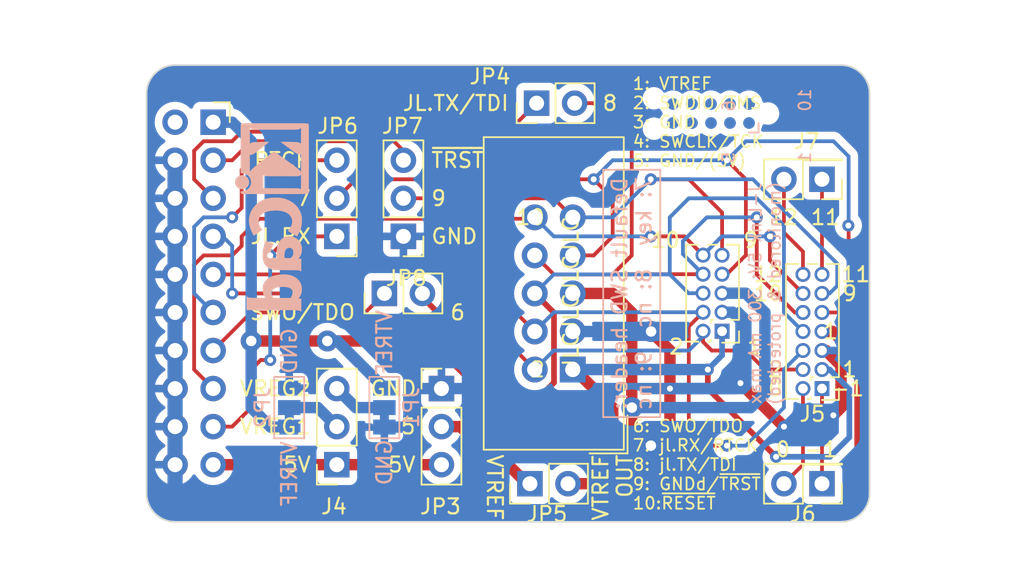
<source format=kicad_pcb>
(kicad_pcb (version 20240108) (generator "pcbnew") (generator_version "8.0")
  (title_block (date "2020-12-26"))
  (layers (0 "F.Cu" signal) (31 "B.Cu" signal) (34 "B.Paste" user) (35 "F.Paste" user) (36 "B.SilkS" user "B.Silkscreen") (37 "F.SilkS" user "F.Silkscreen") (38 "B.Mask" user) (39 "F.Mask" user) (44 "Edge.Cuts" user))
  (net 0 "")
  (net 1 "/GND")
  (net 2 "/5V-Supply")
  (net 3 "/RXD")
  (net 4 "/~{RESET}")
  (net 5 "/SWO-TDO")
  (net 6 "/RTCK")
  (net 7 "/SWCLK-TCK")
  (net 8 "/SWDIO-TMS")
  (net 9 "/TXD-TDI")
  (net 10 "/~{TRST}")
  (net 11 "/VTREF")
  (net 12 "PIN9")
  (net 13 "PIN8")
  (net 14 "PIN7")
  (net 15 "PIN5")
  (net 16 "/VTREF-OUT")
  (net 17 "VREG2")
  (net 18 "VREG1")
  (net 19 "PIN6")
  (net 21 "PIN12")
  (net 22 "PIN-1")
  (net 23 "PIN11")
  (net 24 "PIN0")
  (footprint "Connector_PinSocket_2.54mm:PinSocket_1x03_P2.54mm_Vertical" (layer "F.Cu") (at 102.235 118.11 180)
    (property "Reference" "J4" (hide yes))
    (property "Value" "Conn_01x03")
    (pad "1" thru_hole rect (at 0 0 180) (size 1.7 1.7) (drill 1) (layers "*.Cu" "*.Mask") (net 2 "/5V-Supply"))
    (pad "2" thru_hole oval (at 0 2.54 180) (size 1.7 1.7) (drill 1) (layers "*.Cu" "*.Mask") (net 18 "VREG1"))
    (pad "3" thru_hole oval (at 0 5.08 180) (size 1.7 1.7) (drill 1) (layers "*.Cu" "*.Mask") (net 17 "VREG2"))
  )
  (footprint "Connector_PinHeader_2.54mm:PinHeader_1x02_P2.54mm_Vertical" (layer "F.Cu") (at 115.125 119.38 90)
    (property "Reference" "JP5" (hide yes))
    (property "Value" "Jumper_2_Bridged")
    (pad "1" thru_hole rect (at 0 0 90) (size 1.7 1.7) (drill 1) (layers "*.Cu" "*.Mask") (net 11 "/VTREF"))
    (pad "2" thru_hole oval (at 0 2.54 90) (size 1.7 1.7) (drill 1) (layers "*.Cu" "*.Mask") (net 16 "/VTREF-OUT"))
  )
  (footprint "Connector_PinSocket_2.54mm:PinSocket_2x10_P2.54mm_Horizontal" (layer "F.Cu") (at 93.98 95.25)
    (property "Reference" "J1" (hide yes))
    (property "Value" "Conn_02x10_Odd_Even")
    (pad "1" thru_hole rect (at 0 0) (size 1.7 1.7) (drill 1) (layers "*.Cu" "*.Mask") (net 11 "/VTREF"))
    (pad "2" thru_hole oval (at -2.54 0) (size 1.7 1.7) (drill 1) (layers "*.Cu" "*.Mask"))
    (pad "3" thru_hole oval (at 0 2.54) (size 1.7 1.7) (drill 1) (layers "*.Cu" "*.Mask") (net 10 "/~{TRST}"))
    (pad "4" thru_hole oval (at -2.54 2.54) (size 1.7 1.7) (drill 1) (layers "*.Cu" "*.Mask") (net 1 "/GND"))
    (pad "5" thru_hole oval (at 0 5.08) (size 1.7 1.7) (drill 1) (layers "*.Cu" "*.Mask") (net 9 "/TXD-TDI"))
    (pad "6" thru_hole oval (at -2.54 5.08) (size 1.7 1.7) (drill 1) (layers "*.Cu" "*.Mask") (net 1 "/GND"))
    (pad "7" thru_hole oval (at 0 7.62) (size 1.7 1.7) (drill 1) (layers "*.Cu" "*.Mask") (net 8 "/SWDIO-TMS"))
    (pad "8" thru_hole oval (at -2.54 7.62) (size 1.7 1.7) (drill 1) (layers "*.Cu" "*.Mask") (net 1 "/GND"))
    (pad "9" thru_hole oval (at 0 10.16) (size 1.7 1.7) (drill 1) (layers "*.Cu" "*.Mask") (net 7 "/SWCLK-TCK"))
    (pad "10" thru_hole oval (at -2.54 10.16) (size 1.7 1.7) (drill 1) (layers "*.Cu" "*.Mask") (net 1 "/GND"))
    (pad "11" thru_hole oval (at 0 12.7) (size 1.7 1.7) (drill 1) (layers "*.Cu" "*.Mask") (net 6 "/RTCK"))
    (pad "12" thru_hole oval (at -2.54 12.7) (size 1.7 1.7) (drill 1) (layers "*.Cu" "*.Mask") (net 1 "/GND"))
    (pad "13" thru_hole oval (at 0 15.24) (size 1.7 1.7) (drill 1) (layers "*.Cu" "*.Mask") (net 5 "/SWO-TDO"))
    (pad "14" thru_hole oval (at -2.54 15.24) (size 1.7 1.7) (drill 1) (layers "*.Cu" "*.Mask") (net 1 "/GND"))
    (pad "15" thru_hole oval (at 0 17.78) (size 1.7 1.7) (drill 1) (layers "*.Cu" "*.Mask") (net 4 "/~{RESET}"))
    (pad "16" thru_hole oval (at -2.54 17.78) (size 1.7 1.7) (drill 1) (layers "*.Cu" "*.Mask") (net 1 "/GND"))
    (pad "17" thru_hole oval (at 0 20.32) (size 1.7 1.7) (drill 1) (layers "*.Cu" "*.Mask") (net 3 "/RXD"))
    (pad "18" thru_hole oval (at -2.54 20.32) (size 1.7 1.7) (drill 1) (layers "*.Cu" "*.Mask") (net 1 "/GND"))
    (pad "19" thru_hole oval (at 0 22.86) (size 1.7 1.7) (drill 1) (layers "*.Cu" "*.Mask") (net 2 "/5V-Supply"))
    (pad "20" thru_hole oval (at -2.54 22.86) (size 1.7 1.7) (drill 1) (layers "*.Cu" "*.Mask") (net 1 "/GND"))
  )
  (footprint "Connector_IDC:IDC-Header_2x05_P2.54mm_Vertical" (layer "F.Cu") (at 117.985 111.76 180)
    (property "Reference" "J2" (hide yes))
    (property "Value" "Conn_02x05_Odd_Even")
    (pad "1" thru_hole rect (at 0 0 180) (size 1.7272 1.7272) (drill 1.016) (layers "*.Cu" "*.Mask") (net 16 "/VTREF-OUT"))
    (pad "2" thru_hole oval (at 2.54 0 180) (size 1.7272 1.7272) (drill 1.016) (layers "*.Cu" "*.Mask") (net 8 "/SWDIO-TMS"))
    (pad "3" thru_hole oval (at 0 2.54 180) (size 1.7272 1.7272) (drill 1.016) (layers "*.Cu" "*.Mask") (net 1 "/GND"))
    (pad "4" thru_hole oval (at 2.54 2.54 180) (size 1.7272 1.7272) (drill 1.016) (layers "*.Cu" "*.Mask") (net 7 "/SWCLK-TCK"))
    (pad "5" thru_hole oval (at 0 5.08 180) (size 1.7272 1.7272) (drill 1.016) (layers "*.Cu" "*.Mask") (net 15 "PIN5"))
    (pad "6" thru_hole oval (at 2.54 5.08 180) (size 1.7272 1.7272) (drill 1.016) (layers "*.Cu" "*.Mask") (net 19 "PIN6"))
    (pad "7" thru_hole oval (at 0 7.62 180) (size 1.7272 1.7272) (drill 1.016) (layers "*.Cu" "*.Mask") (net 14 "PIN7"))
    (pad "8" thru_hole oval (at 2.54 7.62 180) (size 1.7272 1.7272) (drill 1.016) (layers "*.Cu" "*.Mask") (net 13 "PIN8"))
    (pad "9" thru_hole oval (at 0 10.16 180) (size 1.7272 1.7272) (drill 1.016) (layers "*.Cu" "*.Mask") (net 12 "PIN9"))
    (pad "10" thru_hole oval (at 2.54 10.16 180) (size 1.7272 1.7272) (drill 1.016) (layers "*.Cu" "*.Mask") (net 4 "/~{RESET}"))
  )
  (footprint "Connector_PinHeader_2.54mm:PinHeader_1x02_P2.54mm_Vertical" (layer "F.Cu") (at 115.57 93.98 90)
    (property "Reference" "JP4" (hide yes))
    (property "Value" "Jumper_2_Bridged")
    (pad "1" thru_hole rect (at 0 0 90) (size 1.7 1.7) (drill 1) (layers "*.Cu" "*.Mask") (net 9 "/TXD-TDI"))
    (pad "2" thru_hole oval (at 0 2.54 90) (size 1.7 1.7) (drill 1) (layers "*.Cu" "*.Mask") (net 13 "PIN8"))
  )
  (footprint "Connector_PinHeader_2.54mm:PinHeader_1x03_P2.54mm_Vertical" (layer "F.Cu") (at 102.235 102.87 180)
    (property "Reference" "JP6" (hide yes))
    (property "Value" "Jumper_3_Bridged12")
    (pad "1" thru_hole rect (at 0 0 180) (size 1.7 1.7) (drill 1) (layers "*.Cu" "*.Mask") (net 3 "/RXD"))
    (pad "2" thru_hole oval (at 0 2.54 180) (size 1.7 1.7) (drill 1) (layers "*.Cu" "*.Mask") (net 14 "PIN7"))
    (pad "3" thru_hole oval (at 0 5.08 180) (size 1.7 1.7) (drill 1) (layers "*.Cu" "*.Mask") (net 6 "/RTCK"))
  )
  (footprint "Connector_PinHeader_2.54mm:PinHeader_1x03_P2.54mm_Vertical" (layer "F.Cu") (at 106.68 102.87 180)
    (property "Reference" "JP7" (hide yes))
    (property "Value" "Jumper_3_Bridged12")
    (pad "1" thru_hole rect (at 0 0 180) (size 1.7 1.7) (drill 1) (layers "*.Cu" "*.Mask") (net 1 "/GND"))
    (pad "2" thru_hole oval (at 0 2.54 180) (size 1.7 1.7) (drill 1) (layers "*.Cu" "*.Mask") (net 12 "PIN9"))
    (pad "3" thru_hole oval (at 0 5.08 180) (size 1.7 1.7) (drill 1) (layers "*.Cu" "*.Mask") (net 10 "/~{TRST}"))
  )
  (footprint "Connector_PinHeader_2.54mm:PinHeader_1x03_P2.54mm_Vertical" (layer "F.Cu") (at 109.22 113.03)
    (property "Reference" "JP3" (hide yes))
    (property "Value" "Jumper_3_Bridged12")
    (pad "1" thru_hole rect (at 0 0) (size 1.7 1.7) (drill 1) (layers "*.Cu" "*.Mask") (net 1 "/GND"))
    (pad "2" thru_hole oval (at 0 2.54) (size 1.7 1.7) (drill 1) (layers "*.Cu" "*.Mask") (net 15 "PIN5"))
    (pad "3" thru_hole oval (at 0 5.08) (size 1.7 1.7) (drill 1) (layers "*.Cu" "*.Mask") (net 2 "/5V-Supply"))
  )
  (footprint "Connector_PinHeader_1.27mm:PinHeader_2x05_P1.27mm_Vertical" (layer "F.Cu") (at 127.951447 109.204918 180)
    (property "Reference" "J3" (hide yes))
    (property "Value" "Conn_02x05_Odd_Even")
    (pad "1" thru_hole rect (at 0 0 180) (size 1 1) (drill 0.65) (layers "*.Cu" "*.Mask") (net 16 "/VTREF-OUT"))
    (pad "2" thru_hole oval (at 1.27 0 180) (size 1 1) (drill 0.65) (layers "*.Cu" "*.Mask") (net 8 "/SWDIO-TMS"))
    (pad "3" thru_hole oval (at 0 1.27 180) (size 1 1) (drill 0.65) (layers "*.Cu" "*.Mask") (net 1 "/GND"))
    (pad "4" thru_hole oval (at 1.27 1.27 180) (size 1 1) (drill 0.65) (layers "*.Cu" "*.Mask") (net 7 "/SWCLK-TCK"))
    (pad "5" thru_hole oval (at 0 2.54 180) (size 1 1) (drill 0.65) (layers "*.Cu" "*.Mask") (net 15 "PIN5"))
    (pad "6" thru_hole oval (at 1.27 2.54 180) (size 1 1) (drill 0.65) (layers "*.Cu" "*.Mask") (net 19 "PIN6"))
    (pad "7" thru_hole oval (at 0 3.81 180) (size 1 1) (drill 0.65) (layers "*.Cu" "*.Mask") (net 14 "PIN7"))
    (pad "8" thru_hole oval (at 1.27 3.81 180) (size 1 1) (drill 0.65) (layers "*.Cu" "*.Mask") (net 13 "PIN8"))
    (pad "9" thru_hole oval (at 0 5.08 180) (size 1 1) (drill 0.65) (layers "*.Cu" "*.Mask") (net 12 "PIN9"))
    (pad "10" thru_hole oval (at 1.27 5.08 180) (size 1 1) (drill 0.65) (layers "*.Cu" "*.Mask") (net 4 "/~{RESET}"))
  )
  (footprint "Connector_PinHeader_2.54mm:PinHeader_1x02_P2.54mm_Vertical" (layer "F.Cu") (at 105.41 106.68 90)
    (property "Reference" "JP8" (hide yes))
    (property "Value" "Jumper_2_Bridged")
    (pad "1" thru_hole rect (at 0 0 90) (size 1.7 1.7) (drill 1) (layers "*.Cu" "*.Mask") (net 5 "/SWO-TDO"))
    (pad "2" thru_hole oval (at 0 2.54 90) (size 1.7 1.7) (drill 1) (layers "*.Cu" "*.Mask") (net 19 "PIN6"))
  )
  (footprint "Connector_PinHeader_1.27mm:PinHeader_2x07_P1.27mm_Vertical" (layer "F.Cu") (at 134.62 113.03 180)
    (property "Reference" "J5" (at 0.635 -1.695 0) (layer "F.SilkS"))
    (property "Value" "Conn_02x07_Odd_Even")
    (pad "1" thru_hole rect (at 0 0 180) (size 1 1) (drill 0.65) (layers "*.Cu" "*.Mask") (net 22 "PIN-1"))
    (pad "2" thru_hole oval (at 1.27 0 180) (size 1 1) (drill 0.65) (layers "*.Cu" "*.Mask") (net 24 "PIN0"))
    (pad "3" thru_hole oval (at 0 1.27 180) (size 1 1) (drill 0.65) (layers "*.Cu" "*.Mask") (net 16 "/VTREF-OUT"))
    (pad "4" thru_hole oval (at 1.27 1.27 180) (size 1 1) (drill 0.65) (layers "*.Cu" "*.Mask") (net 8 "/SWDIO-TMS"))
    (pad "5" thru_hole oval (at 0 2.54 180) (size 1 1) (drill 0.65) (layers "*.Cu" "*.Mask") (net 1 "/GND"))
    (pad "6" thru_hole oval (at 1.27 2.54 180) (size 1 1) (drill 0.65) (layers "*.Cu" "*.Mask") (net 7 "/SWCLK-TCK"))
    (pad "7" thru_hole oval (at 0 3.81 180) (size 1 1) (drill 0.65) (layers "*.Cu" "*.Mask") (net 15 "PIN5"))
    (pad "8" thru_hole oval (at 1.27 3.81 180) (size 1 1) (drill 0.65) (layers "*.Cu" "*.Mask") (net 19 "PIN6"))
    (pad "9" thru_hole oval (at 0 5.08 180) (size 1 1) (drill 0.65) (layers "*.Cu" "*.Mask") (net 14 "PIN7"))
    (pad "10" thru_hole oval (at 1.27 5.08 180) (size 1 1) (drill 0.65) (layers "*.Cu" "*.Mask") (net 13 "PIN8"))
    (pad "11" thru_hole oval (at 0 6.35 180) (size 1 1) (drill 0.65) (layers "*.Cu" "*.Mask") (net 12 "PIN9"))
    (pad "12" thru_hole oval (at 1.27 6.35 180) (size 1 1) (drill 0.65) (layers "*.Cu" "*.Mask") (net 4 "/~{RESET}"))
    (pad "13" thru_hole oval (at 0 7.62 180) (size 1 1) (drill 0.65) (layers "*.Cu" "*.Mask") (net 23 "PIN11"))
    (pad "14" thru_hole oval (at 1.27 7.62 180) (size 1 1) (drill 0.65) (layers "*.Cu" "*.Mask") (net 21 "PIN12"))
  )
  (footprint "Connector_PinHeader_2.54mm:PinHeader_2x01_P2.54mm_Vertical" (layer "F.Cu") (at 134.62 99.06 180)
    (property "Reference" "J7" (at 1.016 2.54 0) (layer "F.SilkS"))
    (property "Value" "Conn_02x02_Odd_Even")
    (pad "1" thru_hole rect (at 0 0 180) (size 1.7 1.7) (drill 1) (layers "*.Cu" "*.Mask") (net 23 "PIN11"))
    (pad "2" thru_hole oval (at 2.54 0 180) (size 1.7 1.7) (drill 1) (layers "*.Cu" "*.Mask") (net 21 "PIN12"))
  )
  (footprint "Connector_PinHeader_2.54mm:PinHeader_2x01_P2.54mm_Vertical" (layer "F.Cu") (at 134.62 119.38 180)
    (property "Reference" "J6" (at 1.27 -2.032 0) (layer "F.SilkS"))
    (property "Value" "Conn_02x02_Odd_Even")
    (pad "1" thru_hole rect (at 0 0 180) (size 1.7 1.7) (drill 1) (layers "*.Cu" "*.Mask") (net 22 "PIN-1"))
    (pad "2" thru_hole oval (at 2.54 0 180) (size 1.7 1.7) (drill 1) (layers "*.Cu" "*.Mask") (net 24 "PIN0"))
  )
  (footprint "Jumper:SolderJumper-3_P1.3mm_Bridged12_Pad1.0x1.5mm_NumberLabels" (layer "B.Cu") (at 99.06 114.3 90)
    (property "Reference" "JP2" (at 0 -1.778 90) (layer "B.SilkS") (effects (justify mirror)))
    (property "Value" "SolderJumper_3_Bridged12")
    (fp_poly (pts (xy -0.9 0.3) (xy -0.4 0.3) (xy -0.4 -0.3) (xy -0.9 -0.3)) (fill solid) (layer "B.Cu"))
    (fp_text user "VTREF" (at -2.159 0 90) (layer "B.SilkS") (effects (justify left mirror)))
    (fp_text user "GND" (at 2.159 0 90) (layer "B.SilkS") (effects (justify right mirror)))
    (pad "1" smd rect (at -1.3 0 90) (size 1 1.5) (layers "B.Cu" "B.Mask") (net 11 "/VTREF"))
    (pad "2" smd rect (at 0 0 90) (size 1 1.5) (layers "B.Cu" "B.Mask") (net 18 "VREG1"))
    (pad "3" smd rect (at 1.3 0 90) (size 1 1.5) (layers "B.Cu" "B.Mask") (net 1 "/GND"))
  )
  (footprint "Jumper:SolderJumper-3_P1.3mm_Bridged12_Pad1.0x1.5mm_NumberLabels" (layer "B.Cu") (at 105.41 114.3 90)
    (property "Reference" "JP1" (at 0 1.8 90) (layer "B.SilkS") (effects (justify mirror)))
    (property "Value" "SolderJumper_3_Bridged12")
    (fp_poly (pts (xy -0.9 0.3) (xy -0.4 0.3) (xy -0.4 -0.3) (xy -0.9 -0.3)) (fill solid) (layer "B.Cu"))
    (fp_text user "GND" (at -2.032 0 90) (layer "B.SilkS") (effects (justify left mirror)))
    (fp_text user "VTREF" (at 2.032 0 90) (layer "B.SilkS") (effects (justify right mirror)))
    (pad "1" smd rect (at -1.3 0 90) (size 1 1.5) (layers "B.Cu" "B.Mask") (net 1 "/GND"))
    (pad "2" smd rect (at 0 0 90) (size 1 1.5) (layers "B.Cu" "B.Mask") (net 17 "VREG2"))
    (pad "3" smd rect (at 1.3 0 90) (size 1 1.5) (layers "B.Cu" "B.Mask") (net 11 "/VTREF"))
  )
  (footprint "Symbol:KiCad-Logo_5mm_SilkScreen" (layer "B.Cu") (at 98.425 101.6 -90)
    (property "Reference" "REF**" (hide yes))
    (property "Value" "KiCad-Logo_5mm_SilkScreen" (hide yes))
  )
  (footprint "Connector:Tag-Connect_TC2050-IDC-NL_2x05_P1.27mm_Vertical" (layer "B.Cu") (at 127.210492 94.668442 180)
    (property "Reference" "REF**" (hide yes))
    (property "Value" "Tag-Connect_TC2050-IDC-NL_2x05_P1.27mm_Vertical")
    (pad "" np_thru_hole circle (at -3.81 0 180) (size 0.9906 0.9906) (drill 0.9906) (layers "*.Cu" "*.Mask"))
    (pad "" np_thru_hole circle (at 3.81 -1.016 180) (size 0.9906 0.9906) (drill 0.9906) (layers "*.Cu" "*.Mask"))
    (pad "" np_thru_hole circle (at 3.81 1.016 180) (size 0.9906 0.9906) (drill 0.9906) (layers "*.Cu" "*.Mask"))
    (pad "1" connect circle (at -2.54 -0.635 180) (size 0.7874 0.7874) (layers "B.Cu" "B.Mask"))
    (pad "2" connect circle (at -1.27 -0.635 180) (size 0.7874 0.7874) (layers "B.Cu" "B.Mask"))
    (pad "3" connect circle (at 0 -0.635 180) (size 0.7874 0.7874) (layers "B.Cu" "B.Mask"))
    (pad "4" connect circle (at 1.27 -0.635 180) (size 0.7874 0.7874) (layers "B.Cu" "B.Mask"))
    (pad "5" connect circle (at 2.54 -0.635 180) (size 0.7874 0.7874) (layers "B.Cu" "B.Mask"))
    (pad "6" connect circle (at 2.54 0.635 180) (size 0.7874 0.7874) (layers "B.Cu" "B.Mask"))
    (pad "7" connect circle (at 1.27 0.635 180) (size 0.7874 0.7874) (layers "B.Cu" "B.Mask"))
    (pad "8" connect circle (at 0 0.635 180) (size 0.7874 0.7874) (layers "B.Cu" "B.Mask"))
    (pad "9" connect circle (at -1.27 0.635 180) (size 0.7874 0.7874) (layers "B.Cu" "B.Mask"))
    (pad "10" connect circle (at -2.54 0.635 180) (size 0.7874 0.7874) (layers "B.Cu" "B.Mask"))
  )
  (gr_line (start 120.015 114.935) (end 120.015 98.425) (stroke (width 0.12)) (layer "B.SilkS"))
  (gr_line (start 123.825 114.935) (end 120.015 114.935) (stroke (width 0.12)) (layer "B.SilkS"))
  (gr_line (start 120.015 98.425) (end 123.825 98.425) (stroke (width 0.12)) (layer "B.SilkS"))
  (gr_line (start 123.825 98.425) (end 123.825 114.935) (stroke (width 0.12)) (layer "B.SilkS"))
  (gr_arc (start 135.89 91.44) (mid 137.237038 91.997962) (end 137.795 93.345) (stroke (width 0.1016)) (layer "Edge.Cuts"))
  (gr_line (start 135.89 91.44) (end 91.44 91.44) (stroke (width 0.1016)) (layer "Edge.Cuts"))
  (gr_line (start 89.535 93.345) (end 89.535 120.015) (stroke (width 0.1016)) (layer "Edge.Cuts"))
  (gr_line (start 91.44 121.92) (end 135.89 121.92) (stroke (width 0.1016)) (layer "Edge.Cuts"))
  (gr_line (start 137.795 120.015) (end 137.795 93.345) (stroke (width 0.1016)) (layer "Edge.Cuts"))
  (gr_arc (start 91.44 121.92) (mid 90.092962 121.362038) (end 89.535 120.015) (stroke (width 0.1016)) (layer "Edge.Cuts"))
  (gr_arc (start 137.795 120.015) (mid 137.237038 121.362038) (end 135.89 121.92) (stroke (width 0.1016)) (layer "Edge.Cuts"))
  (gr_arc (start 89.535 93.345) (mid 90.092962 91.997962) (end 91.44 91.44) (stroke (width 0.1016)) (layer "Edge.Cuts"))
  (gr_text "J-Link 5V: 300 mA max\n(monitored & protected)" (at 130.81 106.68 90) (layer "B.SilkS") (effects (font (size 0.8 0.8) (thickness 0.12)) (justify mirror)))
  (gr_text "Default SWD header:\n7: key  8: nc  9: nc" (at 121.92 106.68 90) (layer "B.SilkS") (effects (font (size 1 1)) (justify mirror)))
  (gr_text "1" (at 133.477 97.155 90) (layer "B.SilkS") (effects (font (size 0.8 0.8) (thickness 0.12)) (justify left mirror)))
  (gr_text "6" (at 128.397 94.615 90) (layer "B.SilkS") (effects (font (size 0.8 0.8) (thickness 0.12)) (justify right mirror)))
  (gr_text "10" (at 133.477 94.615 90) (layer "B.SilkS") (effects (font (size 0.8 0.8) (thickness 0.12)) (justify right mirror)))
  (gr_text "5" (at 128.397 97.155 90) (layer "B.SilkS") (effects (font (size 0.8 0.8) (thickness 0.12)) (justify left mirror)))
  (gr_text "1" (at 129.54 110.236 0) (layer "F.SilkS") (effects (font (size 1 1)) (justify left)))
  (gr_text "JL.TX/TDI" (at 113.792 93.98 0) (layer "F.SilkS") (effects (font (size 1 1)) (justify right)))
  (gr_text "VTREF" (at 112.776 121.92 -90) (layer "F.SilkS") (effects (font (size 1 1)) (justify right)))
  (gr_text "5V" (at 100.584 118.11 0) (layer "F.SilkS") (effects (font (size 1 1)) (justify right)))
  (gr_text "1: VTREF\n2: SWDIO/TMS\n3: GND\n4: SWCLK/TCK\n5: GND/(5V)\n" (at 121.92 95.25 0) (layer "F.SilkS") (effects (font (size 0.8 0.8) (thickness 0.12)) (justify left)))
  (gr_text "10" (at 125.222 103.124 0) (layer "F.SilkS") (effects (font (size 1 1)) (justify right)))
  (gr_text "1" (at 134.62 109.22 0) (layer "F.SilkS") (effects (font (size 1 1)) (justify left)))
  (gr_text "2" (at 125.476 110.236 0) (layer "F.SilkS") (effects (font (size 1 1)) (justify right)))
  (gr_text "RTCK" (at 100.584 97.79 0) (layer "F.SilkS") (effects (font (size 1 1)) (justify right)))
  (gr_text "6: SWO/TDO\n7: jl.RX/RTCK\n8: jl.TX/TDI\n9: GNDd/~{TRST}\n10:~{RESET}" (at 121.92 118.11 0) (layer "F.SilkS") (effects (font (size 0.8 0.8) (thickness 0.12)) (justify left)))
  (gr_text "2" (at 116.205 111.76 0) (layer "F.SilkS") (effects (font (size 1 1)) (justify right)))
  (gr_text "9" (at 129.286 103.124 0) (layer "F.SilkS") (effects (font (size 1 1)) (justify left)))
  (gr_text "SWO/TDO" (at 103.537216 107.942621 0) (layer "F.SilkS") (effects (font (size 1 1)) (justify right)))
  (gr_text "6" (at 109.728 107.95 0) (layer "F.SilkS") (effects (font (size 1 1)) (justify left)))
  (gr_text "0" (at 132.588 117.094 0) (layer "F.SilkS") (effects (font (size 1 1)) (justify right)))
  (gr_text "JP8" (at 105.41 105.664 0) (layer "F.SilkS") (effects (font (size 1 1)) (justify left)))
  (gr_text "12" (at 132.08 105.41 0) (layer "F.SilkS") (effects (font (size 1 1)) (justify right)))
  (gr_text "JP7" (at 105.156 95.504 0) (layer "F.SilkS") (effects (font (size 1 1)) (justify left)))
  (gr_text "0" (at 132.08 113.03 0) (layer "F.SilkS") (effects (font (size 1 1)) (justify right)))
  (gr_text "JP5" (at 114.808 121.412 0) (layer "F.SilkS") (effects (font (size 1 1)) (justify left)))
  (gr_text "9" (at 108.458 100.33 0) (layer "F.SilkS") (effects (font (size 1 1)) (justify left)))
  (gr_text "GND" (at 104.394 113.03 0) (layer "F.SilkS") (effects (font (size 1 1)) (justify left)))
  (gr_text "9" (at 135.89 106.68 0) (layer "F.SilkS") (effects (font (size 1 1)) (justify left)))
  (gr_text "-1" (at 133.35 117.094 0) (layer "F.SilkS") (effects (font (size 1 1)) (justify left)))
  (gr_text "12" (at 133.096 101.6 0) (layer "F.SilkS") (effects (font (size 1 1)) (justify right)))
  (gr_text "8" (at 119.888 93.98 0) (layer "F.SilkS") (effects (font (size 1 1)) (justify left)))
  (gr_text "J4" (at 101.092 120.904 0) (layer "F.SilkS") (effects (font (size 1 1)) (justify left)))
  (gr_text "2" (at 132.08 111.76 0) (layer "F.SilkS") (effects (font (size 1 1)) (justify right)))
  (gr_text "10" (at 132.08 106.68 0) (layer "F.SilkS") (effects (font (size 1 1)) (justify right)))
  (gr_text "JP4" (at 110.998 92.202 0) (layer "F.SilkS") (effects (font (size 1 1)) (justify left)))
  (gr_text "11" (at 137.922 105.41 0) (layer "F.SilkS") (effects (font (size 1 1)) (justify right)))
  (gr_text "VREG1" (at 100.584 115.57 0) (layer "F.SilkS") (effects (font (size 1 1)) (justify right)))
  (gr_text "7" (at 100.584 100.33 0) (layer "F.SilkS") (effects (font (size 1 1)) (justify right)))
  (gr_text "JLCJLCJLCJLC" (at 117.856 106.68 90) (layer "F.SilkS") (effects (font (size 1 1))))
  (gr_text "11" (at 135.89 101.6 0) (layer "F.SilkS") (effects (font (size 1 1)) (justify right)))
  (gr_text "10" (at 116.205 101.6 0) (layer "F.SilkS") (effects (font (size 1 1)) (justify right)))
  (gr_text "GND" (at 108.458 102.87 0) (layer "F.SilkS") (effects (font (size 1 1)) (justify left)))
  (gr_text "5" (at 106.426 115.57 0) (layer "F.SilkS") (effects (font (size 1 1)) (justify left)))
  (gr_text "-1" (at 135.128 113.03 0) (layer "F.SilkS") (effects (font (size 1 1)) (justify left)))
  (gr_text "VREG2" (at 100.584 113.03 0) (layer "F.SilkS") (effects (font (size 1 1)) (justify right)))
  (gr_text "1" (at 135.89 111.76 0) (layer "F.SilkS") (effects (font (size 1 1)) (justify left)))
  (gr_text "JL.RX" (at 100.584 102.87 0) (layer "F.SilkS") (effects (font (size 1 1)) (justify right)))
  (gr_text "JP3" (at 107.696 120.904 0) (layer "F.SilkS") (effects (font (size 1 1)) (justify left)))
  (gr_text "5V" (at 105.568857 118.11 0) (layer "F.SilkS") (effects (font (size 1 1)) (justify left)))
  (gr_text "JP6" (at 100.838 95.504 0) (layer "F.SilkS") (effects (font (size 1 1)) (justify left)))
  (gr_text "VTREF\nOUT" (at 120.65 117.348 90) (layer "F.SilkS") (effects (font (size 1 1)) (justify right)))
  (gr_text "~{TRST}" (at 108.458 97.79 0) (layer "F.SilkS") (effects (font (size 1 1)) (justify left)))
  (segment (start 124.471 113.03) (end 124.471 110.479) (width 0.762) (layer "F.Cu") (net 1))
  (segment (start 135.89 111.501235) (end 134.878765 110.49) (width 0.762) (layer "F.Cu") (net 1))
  (segment (start 134.878765 110.49) (end 134.62 110.49) (width 0.762) (layer "F.Cu") (net 1))
  (segment (start 135.89 114.300001) (end 135.377096 114.812905) (width 0.762) (layer "F.Cu") (net 1))
  (segment (start 135.377096 114.812905) (end 135.5105 114.679501) (width 0.381) (layer "F.Cu") (net 1))
  (segment (start 135.5105 111.3805) (end 134.62 110.49) (width 0.381) (layer "F.Cu") (net 1))
  (segment (start 124.471 110.479) (end 123.212 109.22) (width 0.762) (layer "F.Cu") (net 1))
  (segment (start 124.471 115.559) (end 124.471 113.03) (width 0.762) (layer "F.Cu") (net 1))
  (segment (start 123.201 116.829) (end 124.471 115.559) (width 0.762) (layer "F.Cu") (net 1))
  (segment (start 135.89 114.300001) (end 135.89 111.501235) (width 0.762) (layer "F.Cu") (net 1))
  (segment (start 123.201 116.84) (end 123.201 116.829) (width 0.762) (layer "F.Cu") (net 1))
  (segment (start 129.175736 112.665736) (end 132.08 115.57) (width 0.762) (layer "F.Cu") (net 1))
  (via (at 123.201 116.84) (size 1.4) (drill 0.7) (layers "F.Cu" "B.Cu") (net 1))
  (via (at 124.471 113.03) (size 0.8) (drill 0.4) (layers "F.Cu" "B.Cu") (net 1))
  (via (at 135.377096 114.812905) (size 0.8) (drill 0.4) (layers "F.Cu" "B.Cu") (net 1))
  (via (at 129.175736 112.665736) (size 0.8) (drill 0.4) (layers "F.Cu" "B.Cu") (net 1))
  (via (at 123.212 109.22) (size 1.4) (drill 0.7) (layers "F.Cu" "B.Cu") (net 1))
  (via (at 132.08 115.57) (size 0.8) (drill 0.4) (layers "F.Cu" "B.Cu") (net 1))
  (segment (start 128.811473 113.03) (end 129.175736 112.665737) (width 0.762) (layer "B.Cu") (net 1))
  (segment (start 129.175736 112.665736) (end 129.175737 112.665736) (width 0.762) (layer "B.Cu") (net 1))
  (segment (start 129.210272 108.486637) (end 128.658553 107.934918) (width 0.762) (layer "B.Cu") (net 1))
  (segment (start 111.76 113.03) (end 109.22 113.03) (width 0.762) (layer "B.Cu") (net 1))
  (segment (start 107.285 115.6) (end 107.315 115.57) (width 0.762) (layer "B.Cu") (net 1))
  (segment (start 132.08 115.57) (end 134.620001 115.57) (width 0.762) (layer "B.Cu") (net 1))
  (segment (start 91.44 97.79) (end 91.44 120.015) (width 1.016) (layer "B.Cu") (net 1))
  (segment (start 134.620001 115.57) (end 135.377096 114.812905) (width 0.762) (layer "B.Cu") (net 1))
  (segment (start 124.471 113.03) (end 128.811473 113.03) (width 0.762) (layer "B.Cu") (net 1))
  (segment (start 107.315 115.57) (end 107.315 113.03) (width 0.762) (layer "B.Cu") (net 1))
  (segment (start 123.201 116.84) (end 115.57 116.84) (width 0.762) (layer "B.Cu") (net 1))
  (segment (start 128.658553 107.934918) (end 127.951447 107.934918) (width 0.762) (layer "B.Cu") (net 1))
  (segment (start 129.175737 112.665736) (end 129.210272 112.631201) (width 0.762) (layer "B.Cu") (net 1))
  (segment (start 129.175736 112.665737) (end 129.175736 112.665736) (width 0.762) (layer "B.Cu") (net 1))
  (segment (start 123.212 109.22) (end 117.985 109.22) (width 0.762) (layer "B.Cu") (net 1))
  (segment (start 129.210272 112.631201) (end 129.210272 108.486637) (width 0.762) (layer "B.Cu") (net 1))
  (segment (start 115.57 116.84) (end 111.76 113.03) (width 0.762) (layer "B.Cu") (net 1))
  (segment (start 107.315 113.03) (end 109.22 113.03) (width 0.762) (layer "B.Cu") (net 1))
  (segment (start 105.41 115.6) (end 107.285 115.6) (width 0.762) (layer "B.Cu") (net 1))
  (segment (start 93.98 118.11) (end 102.87 118.11) (width 0.762) (layer "F.Cu") (net 2))
  (segment (start 102.235 118.11) (end 109.22 118.11) (width 0.762) (layer "F.Cu") (net 2))
  (segment (start 97.79 111.125) (end 97.79 111.125) (width 0.254) (layer "F.Cu") (net 3))
  (segment (start 96.52 114.3) (end 96.52 111.76) (width 0.254) (layer "F.Cu") (net 3))
  (segment (start 99.06 102.87) (end 102.235 102.87) (width 0.254) (layer "F.Cu") (net 3))
  (segment (start 95.25 115.57) (end 96.52 114.3) (width 0.254) (layer "F.Cu") (net 3))
  (segment (start 97.155 111.125) (end 97.79 111.125) (width 0.254) (layer "F.Cu") (net 3))
  (segment (start 96.52 111.76) (end 97.155 111.125) (width 0.254) (layer "F.Cu") (net 3))
  (segment (start 97.79 104.14) (end 99.06 102.87) (width 0.254) (layer "F.Cu") (net 3))
  (segment (start 93.98 115.57) (end 95.25 115.57) (width 0.254) (layer "F.Cu") (net 3))
  (via (at 97.79 104.14) (size 0.8) (drill 0.4) (layers "F.Cu" "B.Cu") (net 3))
  (via (at 97.79 111.125) (size 0.8) (drill 0.4) (layers "F.Cu" "B.Cu") (net 3))
  (segment (start 97.79 111.125) (end 97.79 104.14) (width 0.254) (layer "B.Cu") (net 3))
  (segment (start 95.25 104.14) (end 93.345 104.14) (width 0.254) (layer "F.Cu") (net 4))
  (segment (start 115.35 101.695) (end 115.445 101.6) (width 0.25) (layer "F.Cu") (net 4))
  (segment (start 95.885 102.87) (end 95.885 103.505) (width 0.254) (layer "F.Cu") (net 4))
  (segment (start 131.143843 102.87) (end 131.143843 104.473843) (width 0.254) (layer "F.Cu") (net 4))
  (segment (start 95.885 103.505) (end 95.25 104.14) (width 0.254) (layer "F.Cu") (net 4))
  (segment (start 93.345 104.14) (end 92.71 104.775) (width 0.254) (layer "F.Cu") (net 4))
  (segment (start 95.885 102.87) (end 97.06 101.695) (width 0.25) (layer "F.Cu") (net 4))
  (segment (start 123.19 102.87) (end 125.426529 102.87) (width 0.254) (layer "F.Cu") (net 4))
  (segment (start 131.143843 104.473843) (end 133.35 106.68) (width 0.254) (layer "F.Cu") (net 4))
  (segment (start 125.426529 102.87) (end 126.681447 104.124918) (width 0.254) (layer "F.Cu") (net 4))
  (segment (start 92.71 111.76) (end 93.98 113.03) (width 0.254) (layer "F.Cu") (net 4))
  (segment (start 97.06 101.695) (end 115.35 101.695) (width 0.25) (layer "F.Cu") (net 4))
  (segment (start 92.71 104.775) (end 92.71 111.76) (width 0.254) (layer "F.Cu") (net 4))
  (via (at 123.19 102.87) (size 0.8) (drill 0.4) (layers "F.Cu" "B.Cu") (net 4))
  (via (at 131.143843 102.87) (size 0.8) (drill 0.4) (layers "F.Cu" "B.Cu") (net 4))
  (segment (start 116.715 102.87) (end 115.445 101.6) (width 0.254) (layer "B.Cu") (net 4))
  (segment (start 127.936365 102.87) (end 126.681447 104.124918) (width 0.254) (layer "B.Cu") (net 4))
  (segment (start 123.19 102.87) (end 116.715 102.87) (width 0.254) (layer "B.Cu") (net 4))
  (segment (start 131.143843 102.87) (end 127.936365 102.87) (width 0.254) (layer "B.Cu") (net 4))
  (segment (start 96.52 107.95) (end 104.14 107.95) (width 0.254) (layer "F.Cu") (net 5))
  (segment (start 93.98 110.49) (end 96.52 107.95) (width 0.254) (layer "F.Cu") (net 5))
  (segment (start 104.14 107.95) (end 105.41 106.68) (width 0.254) (layer "F.Cu") (net 5))
  (segment (start 95.885 98.425) (end 96.52 97.79) (width 0.254) (layer "F.Cu") (net 6))
  (segment (start 95.25 101.6) (end 95.885 100.965) (width 0.254) (layer "F.Cu") (net 6))
  (segment (start 95.885 100.965) (end 95.885 98.425) (width 0.254) (layer "F.Cu") (net 6))
  (segment (start 96.52 97.79) (end 102.235 97.79) (width 0.254) (layer "F.Cu") (net 6))
  (via (at 95.25 101.6) (size 0.8) (drill 0.4) (layers "F.Cu" "B.Cu") (net 6))
  (segment (start 92.71 106.68) (end 92.71 102.235) (width 0.254) (layer "B.Cu") (net 6))
  (segment (start 92.71 102.235) (end 93.345 101.6) (width 0.254) (layer "B.Cu") (net 6))
  (segment (start 93.345 101.6) (end 95.25 101.6) (width 0.254) (layer "B.Cu") (net 6))
  (segment (start 93.98 107.95) (end 92.71 106.68) (width 0.254) (layer "B.Cu") (net 6))
  (segment (start 100.838 105.41) (end 101.854 104.394) (width 0.254) (layer "F.Cu") (net 7))
  (segment (start 110.619 104.394) (end 115.445 109.22) (width 0.254) (layer "F.Cu") (net 7))
  (segment (start 127 116.84) (end 125.73 115.57) (width 0.25) (layer "F.Cu") (net 7))
  (segment (start 128.27 116.84) (end 127 116.84) (width 0.25) (layer "F.Cu") (net 7))
  (segment (start 125.73 108.886365) (end 126.681447 107.934918) (width 0.25) (layer "F.Cu") (net 7))
  (segment (start 93.98 105.41) (end 100.838 105.41) (width 0.254) (layer "F.Cu") (net 7))
  (segment (start 101.854 104.394) (end 110.619 104.394) (width 0.254) (layer "F.Cu") (net 7))
  (segment (start 125.73 115.57) (end 125.73 108.886365) (width 0.25) (layer "F.Cu") (net 7))
  (via (at 128.27 116.84) (size 0.8) (drill 0.4) (layers "F.Cu" "B.Cu") (net 7))
  (segment (start 132.08 111.76) (end 133.35 110.49) (width 0.25) (layer "B.Cu") (net 7))
  (segment (start 129.54 116.84) (end 132.08 114.3) (width 0.25) (layer "B.Cu") (net 7))
  (segment (start 128.27 116.84) (end 129.54 116.84) (width 0.25) (layer "B.Cu") (net 7))
  (segment (start 115.445 109.22) (end 116.730082 107.934918) (width 0.254) (layer "B.Cu") (net 7))
  (segment (start 116.730082 107.934918) (end 126.681447 107.934918) (width 0.254) (layer "B.Cu") (net 7))
  (segment (start 132.08 114.3) (end 132.08 111.76) (width 0.25) (layer "B.Cu") (net 7))
  (segment (start 101.092 106.68) (end 102.616 105.156) (width 0.254) (layer "F.Cu") (net 8))
  (segment (start 127.259423 110.49) (end 129.54 110.49) (width 0.254) (layer "F.Cu") (net 8))
  (segment (start 129.54 110.49) (end 130.81 111.76) (width 0.254) (layer "F.Cu") (net 8))
  (segment (start 113.03 108.204) (end 113.03 109.345) (width 0.254) (layer "F.Cu") (net 8))
  (segment (start 130.81 111.76) (end 133.35 111.76) (width 0.254) (layer "F.Cu") (net 8))
  (segment (start 95.25 106.68) (end 101.092 106.68) (width 0.254) (layer "F.Cu") (net 8))
  (segment (start 126.681447 109.204918) (end 126.681447 109.912024) (width 0.254) (layer "F.Cu") (net 8))
  (segment (start 102.616 105.156) (end 109.982 105.156) (width 0.254) (layer "F.Cu") (net 8))
  (segment (start 113.03 109.345) (end 115.445 111.76) (width 0.254) (layer "F.Cu") (net 8))
  (segment (start 115.6514 111.8414) (end 115.6514 112.252335) (width 0.25) (layer "F.Cu") (net 8))
  (segment (start 109.982 105.156) (end 113.03 108.204) (width 0.254) (layer "F.Cu") (net 8))
  (segment (start 126.681447 109.912024) (end 127.259423 110.49) (width 0.254) (layer "F.Cu") (net 8))
  (via (at 95.25 106.68) (size 0.8) (drill 0.4) (layers "F.Cu" "B.Cu") (net 8))
  (segment (start 95.25 106.68) (end 95.25 106.68) (width 0.254) (layer "B.Cu") (net 8))
  (segment (start 94.615 102.87) (end 95.25 103.505) (width 0.254) (layer "B.Cu") (net 8))
  (segment (start 115.445 111.76) (end 116.715 110.49) (width 0.254) (layer "B.Cu") (net 8))
  (segment (start 93.98 102.87) (end 94.615 102.87) (width 0.254) (layer "B.Cu") (net 8))
  (segment (start 116.715 110.49) (end 125.73 110.49) (width 0.254) (layer "B.Cu") (net 8))
  (segment (start 125.73 110.49) (end 126.681447 109.538553) (width 0.254) (layer "B.Cu") (net 8))
  (segment (start 126.681447 109.538553) (end 126.681447 109.204918) (width 0.254) (layer "B.Cu") (net 8))
  (segment (start 95.25 103.505) (end 95.25 106.68) (width 0.254) (layer "B.Cu") (net 8))
  (segment (start 113.665 95.885) (end 115.57 93.98) (width 0.254) (layer "F.Cu") (net 9))
  (segment (start 95.25 96.52) (end 95.885 95.885) (width 0.254) (layer "F.Cu") (net 9))
  (segment (start 93.345 96.52) (end 95.25 96.52) (width 0.254) (layer "F.Cu") (net 9))
  (segment (start 92.71 99.06) (end 92.71 97.155) (width 0.254) (layer "F.Cu") (net 9))
  (segment (start 95.885 95.885) (end 113.03 95.885) (width 0.254) (layer "F.Cu") (net 9))
  (segment (start 92.71 97.155) (end 93.345 96.52) (width 0.254) (layer "F.Cu") (net 9))
  (segment (start 113.03 95.885) (end 113.665 95.885) (width 0.254) (layer "F.Cu") (net 9))
  (segment (start 93.98 100.33) (end 92.71 99.06) (width 0.254) (layer "F.Cu") (net 9))
  (segment (start 93.98 97.79) (end 95.25 97.79) (width 0.254) (layer "F.Cu") (net 10))
  (segment (start 95.25 97.79) (end 96.52 96.52) (width 0.254) (layer "F.Cu") (net 10))
  (segment (start 106.68 97.155) (end 106.68 97.79) (width 0.254) (layer "F.Cu") (net 10))
  (segment (start 96.52 96.52) (end 106.045 96.52) (width 0.254) (layer "F.Cu") (net 10))
  (segment (start 106.045 96.52) (end 106.68 97.155) (width 0.254) (layer "F.Cu") (net 10))
  (segment (start 101.6 109.855) (end 96.593009 109.855) (width 0.762) (layer "F.Cu") (net 11))
  (segment (start 113.03 114.121066) (end 113.03 117.475) (width 0.762) (layer "F.Cu") (net 11))
  (segment (start 104.14 109.855) (end 104.14 109.855) (width 0.762) (layer "F.Cu") (net 11))
  (segment (start 113.03 117.475) (end 114.935 119.38) (width 0.762) (layer "F.Cu") (net 11))
  (segment (start 108.763934 109.855) (end 113.03 114.121066) (width 0.762) (layer "F.Cu") (net 11))
  (segment (start 101.6 109.855) (end 108.763934 109.855) (width 0.762) (layer "F.Cu") (net 11))
  (via (at 101.6 109.855) (size 1.4) (drill 0.7) (layers "F.Cu" "B.Cu") (net 11))
  (via (at 96.52 109.855) (size 1.4) (drill 0.7) (layers "F.Cu" "B.Cu") (net 11))
  (segment (start 96.52 109.855) (end 96.52 108.585) (width 0.762) (layer "B.Cu") (net 11))
  (segment (start 97.82 115.6) (end 96.52 114.3) (width 0.762) (layer "B.Cu") (net 11))
  (segment (start 99.06 115.6) (end 97.82 115.6) (width 0.762) (layer "B.Cu") (net 11))
  (segment (start 96.52 114.3) (end 96.52 109.855) (width 0.762) (layer "B.Cu") (net 11))
  (segment (start 102.265 109.855) (end 105.41 113) (width 0.762) (layer "B.Cu") (net 11))
  (segment (start 96.52 108.585) (end 96.52 96.52) (width 0.762) (layer "B.Cu") (net 11))
  (segment (start 93.98 95.25) (end 95.25 95.25) (width 0.762) (layer "B.Cu") (net 11))
  (segment (start 95.25 95.25) (end 96.52 96.52) (width 0.762) (layer "B.Cu") (net 11))
  (segment (start 101.6 109.855) (end 102.265 109.855) (width 0.762) (layer "B.Cu") (net 11))
  (segment (start 123.19 99.06) (end 125.73 99.06) (width 0.254) (layer "F.Cu") (net 12))
  (segment (start 127.951447 101.281447) (end 127.951447 104.124918) (width 0.254) (layer "F.Cu") (net 12))
  (segment (start 116.715 100.33) (end 117.985 101.6) (width 0.254) (layer "F.Cu") (net 12))
  (segment (start 115.57 100.33) (end 116.715 100.33) (width 0.254) (layer "F.Cu") (net 12))
  (segment (start 106.68 100.33) (end 115.57 100.33) (width 0.254) (layer "F.Cu") (net 12))
  (segment (start 125.73 99.06) (end 127.951447 101.281447) (width 0.254) (layer "F.Cu") (net 12))
  (via (at 123.19 99.06) (size 0.8) (drill 0.4) (layers "F.Cu" "B.Cu") (net 12))
  (segment (start 135.636 106.172) (end 135.636 104.687712) (width 0.25) (layer "B.Cu") (net 12))
  (segment (start 134.62 106.68) (end 135.128 106.68) (width 0.25) (layer "B.Cu") (net 12))
  (segment (start 135.636 104.687712) (end 130.008288 99.06) (width 0.25) (layer "B.Cu") (net 12))
  (segment (start 123.19 99.06) (end 120.65 101.6) (width 0.254) (layer "B.Cu") (net 12))
  (segment (start 135.128 106.68) (end 135.636 106.172) (width 0.25) (layer "B.Cu") (net 12))
  (segment (start 130.008288 99.06) (end 123.19 99.06) (width 0.25) (layer "B.Cu") (net 12))
  (segment (start 120.65 101.6) (end 117.985 101.6) (width 0.254) (layer "B.Cu") (net 12))
  (segment (start 119.38 93.98) (end 118.11 93.98) (width 0.254) (layer "F.Cu") (net 13))
  (segment (start 124.46 105.394918) (end 126.681447 105.394918) (width 0.254) (layer "F.Cu") (net 13))
  (segment (start 121.92 100.33) (end 121.92 104.14) (width 0.254) (layer "F.Cu") (net 13))
  (segment (start 120.665082 105.394918) (end 124.46 105.394918) (width 0.254) (layer "F.Cu") (net 13))
  (segment (start 121.92 96.52) (end 119.38 93.98) (width 0.254) (layer "F.Cu") (net 13))
  (segment (start 121.92 104.14) (end 120.65 105.41) (width 0.254) (layer "F.Cu") (net 13))
  (segment (start 120.65 105.41) (end 120.665082 105.394918) (width 0.254) (layer "F.Cu") (net 13))
  (segment (start 121.92 100.33) (end 121.92 96.52) (width 0.254) (layer "F.Cu") (net 13))
  (segment (start 130.265 101.6) (end 130.265 105.41) (width 0.254) (layer "F.Cu") (net 13))
  (segment (start 130.265 105.41) (end 132.805 107.95) (width 0.254) (layer "F.Cu") (net 13))
  (segment (start 116.715 105.41) (end 115.445 104.14) (width 0.254) (layer "F.Cu") (net 13))
  (segment (start 121.92 100.965) (end 121.92 100.33) (width 0.254) (layer "F.Cu") (net 13))
  (segment (start 120.65 105.41) (end 116.715 105.41) (width 0.254) (layer "F.Cu") (net 13))
  (segment (start 124.46 105.394918) (end 124.46 105.41) (width 0.254) (layer "F.Cu") (net 13))
  (segment (start 132.805 107.95) (end 133.35 107.95) (width 0.254) (layer "F.Cu") (net 13))
  (via (at 130.265 101.6) (size 0.8) (drill 0.4) (layers "F.Cu" "B.Cu") (net 13))
  (segment (start 125.338597 104.052068) (end 126.681447 105.394918) (width 0.254) (layer "B.Cu") (net 13))
  (segment (start 130.265 101.6) (end 126.929722 101.6) (width 0.254) (layer "B.Cu") (net 13))
  (segment (start 126.929722 101.6) (end 125.338597 103.191125) (width 0.254) (layer "B.Cu") (net 13))
  (segment (start 125.338597 103.191125) (end 125.338597 104.052068) (width 0.254) (layer "B.Cu") (net 13))
  (segment (start 103.505 99.06) (end 119.38 99.06) (width 0.254) (layer "F.Cu") (net 14))
  (segment (start 120.65 100.33) (end 119.38 99.06) (width 0.254) (layer "F.Cu") (net 14))
  (segment (start 136.378002 102.148839) (end 136.398 102.168837) (width 0.25) (layer "F.Cu") (net 14))
  (segment (start 128.27 97.79) (end 129.54 99.06) (width 0.25) (layer "F.Cu") (net 14))
  (segment (start 129.54 104.14) (end 129.524918 104.14) (width 0.25) (layer "F.Cu") (net 14))
  (segment (start 102.235 100.33) (end 103.505 99.06) (width 0.254) (layer "F.Cu") (net 14))
  (segment (start 129.54 99.06) (end 129.54 104.14) (width 0.25) (layer "F.Cu") (net 14))
  (segment (start 120.65 100.33) (end 120.65 102.87) (width 0.254) (layer "F.Cu") (net 14))
  (segment (start 119.38 104.14) (end 117.985 104.14) (width 0.254) (layer "F.Cu") (net 14))
  (segment (start 102.235 100.33) (end 102.87 100.33) (width 0.254) (layer "F.Cu") (net 14))
  (segment (start 136.398 107.442) (end 135.89 107.95) (width 0.25) (layer "F.Cu") (net 14))
  (segment (start 119.38 104.14) (end 120.65 102.87) (width 0.254) (layer "F.Cu") (net 14))
  (segment (start 128.27 105.394918) (end 127.951447 105.394918) (width 0.25) (layer "F.Cu") (net 14))
  (segment (start 135.89 107.95) (end 134.62 107.95) (width 0.25) (layer "F.Cu") (net 14))
  (segment (start 136.398 102.168837) (end 136.398 107.442) (width 0.25) (layer "F.Cu") (net 14))
  (segment (start 129.524918 104.14) (end 128.27 105.394918) (width 0.25) (layer "F.Cu") (net 14))
  (via (at 119.38 99.06) (size 0.8) (drill 0.4) (layers "F.Cu" "B.Cu") (net 14))
  (via (at 128.27 97.79) (size 0.8) (drill 0.4) (layers "F.Cu" "B.Cu") (net 14))
  (via (at 136.378002 102.148839) (size 0.8) (drill 0.4) (layers "F.Cu" "B.Cu") (net 14))
  (segment (start 136.398 102.128841) (end 136.398 97.536) (width 0.25) (layer "B.Cu") (net 14))
  (segment (start 135.382 96.52) (end 129.54 96.52) (width 0.25) (layer "B.Cu") (net 14))
  (segment (start 120.65 97.79) (end 119.38 99.06) (width 0.254) (layer "B.Cu") (net 14))
  (segment (start 129.54 96.52) (end 128.27 97.79) (width 0.25) (layer "B.Cu") (net 14))
  (segment (start 136.378002 102.148839) (end 136.398 102.128841) (width 0.25) (layer "B.Cu") (net 14))
  (segment (start 136.398 97.536) (end 135.382 96.52) (width 0.25) (layer "B.Cu") (net 14))
  (segment (start 128.27 97.79) (end 120.65 97.79) (width 0.254) (layer "B.Cu") (net 14))
  (segment (start 135.902867 121.285) (end 137.16 120.027867) (width 0.762) (layer "F.Cu") (net 15))
  (segment (start 121.931 107.961) (end 121.931 109.750608) (width 0.762) (layer "F.Cu") (net 15))
  (segment (start 137.16 111.05572) (end 135.32428 109.22) (width 0.762) (layer "F.Cu") (net 15))
  (segment (start 121.92 109.761608) (end 121.92 119.38) (width 0.762) (layer "F.Cu") (net 15))
  (segment (start 120.015 121.285) (end 119.38 121.285) (width 0.762) (layer "F.Cu") (net 15))
  (segment (start 121.931 109.750608) (end 121.92 109.761608) (width 0.762) (layer "F.Cu") (net 15))
  (segment (start 113.03 121.285) (end 119.38 121.285) (width 0.762) (layer "F.Cu") (net 15))
  (segment (start 110.49 115.57) (end 111.76 116.84) (width 0.762) (layer "F.Cu") (net 15))
  (segment (start 111.76 120.015) (end 113.03 121.285) (width 0.762) (layer "F.Cu") (net 15))
  (segment (start 120.65 106.68) (end 121.931 107.961) (width 0.762) (layer "F.Cu") (net 15))
  (segment (start 137.16 120.027867) (end 137.16 111.05572) (width 0.762) (layer "F.Cu") (net 15))
  (segment (start 119.38 121.285) (end 135.902867 121.285) (width 0.762) (layer "F.Cu") (net 15))
  (segment (start 135.32428 109.22) (end 134.62 109.22) (width 0.762) (layer "F.Cu") (net 15))
  (segment (start 117.985 106.68) (end 120.65 106.68) (width 0.762) (layer "F.Cu") (net 15))
  (segment (start 109.22 115.57) (end 110.49 115.57) (width 0.762) (layer "F.Cu") (net 15))
  (segment (start 111.76 116.84) (end 111.76 120.015) (width 0.762) (layer "F.Cu") (net 15))
  (segment (start 121.92 119.38) (end 120.015 121.285) (width 0.762) (layer "F.Cu") (net 15))
  (via (at 121.931 114.3) (size 1.4) (drill 0.7) (layers "F.Cu" "B.Cu") (net 15))
  (segment (start 130.81 113.3475) (end 130.81 107.95) (width 0.762) (layer "B.Cu") (net 15))
  (segment (start 129.8575 114.3) (end 130.81 113.3475) (width 0.762) (layer "B.Cu") (net 15))
  (segment (start 121.931 114.3) (end 129.8575 114.3) (width 0.762) (layer "B.Cu") (net 15))
  (segment (start 130.81 107.95) (end 129.524918 106.664918) (width 0.762) (layer "B.Cu") (net 15))
  (segment (start 129.524918 106.664918) (end 127.951447 106.664918) (width 0.762) (layer "B.Cu") (net 15))
  (segment (start 127 113.03) (end 127 111.76) (width 0.381) (layer "F.Cu") (net 16))
  (segment (start 118.11 111.76) (end 117.985 111.76) (width 0.762) (layer "F.Cu") (net 16))
  (segment (start 119.38 119.38) (end 120.65 118.11) (width 0.762) (layer "F.Cu") (net 16))
  (segment (start 117.665 119.38) (end 119.38 119.38) (width 0.762) (layer "F.Cu") (net 16))
  (segment (start 120.65 114.3) (end 118.11 111.76) (width 0.762) (layer "F.Cu") (net 16))
  (segment (start 120.65 118.11) (end 120.65 114.3) (width 0.762) (layer "F.Cu") (net 16))
  (segment (start 131.554153 117.584153) (end 127 113.03) (width 0.381) (layer "F.Cu") (net 16))
  (via (at 127 111.76) (size 0.8) (drill 0.4) (layers "F.Cu" "B.Cu") (net 16))
  (via (at 131.554153 117.584153) (size 0.8) (drill 0.4) (layers "F.Cu" "B.Cu") (net 16))
  (segment (start 136.444626 116.285374) (end 136.444626 113.073626) (width 0.381) (layer "B.Cu") (net 16))
  (segment (start 135.131 111.76) (end 134.62 111.76) (width 0.381) (layer "B.Cu") (net 16))
  (segment (start 131.554153 117.584153) (end 135.145847 117.584153) (width 0.381) (layer "B.Cu") (net 16))
  (segment (start 127 111.76) (end 117.985 111.76) (width 0.762) (layer "B.Cu") (net 16))
  (segment (start 127.951447 110.808553) (end 127.951447 109.204918) (width 0.381) (layer "B.Cu") (net 16))
  (segment (start 135.145847 117.584153) (end 136.444626 116.285374) (width 0.381) (layer "B.Cu") (net 16))
  (segment (start 136.444626 113.073626) (end 135.131 111.76) (width 0.381) (layer "B.Cu") (net 16))
  (segment (start 127 111.76) (end 127.951447 110.808553) (width 0.381) (layer "B.Cu") (net 16))
  (segment (start 105.41 114.3) (end 103.505 114.3) (width 0.762) (layer "B.Cu") (net 17))
  (segment (start 103.505 114.3) (end 102.235 113.03) (width 0.762) (layer "B.Cu") (net 17))
  (segment (start 99.06 114.3) (end 100.965 114.3) (width 0.762) (layer "B.Cu") (net 18))
  (segment (start 100.965 114.3) (end 102.235 115.57) (width 0.762) (layer "B.Cu") (net 18))
  (segment (start 114.554 113.538) (end 115.824 113.538) (width 0.381) (layer "F.Cu") (net 19))
  (segment (start 116.7309 107.9659) (end 115.445 106.68) (width 0.381) (layer "F.Cu") (net 19))
  (segment (start 115.824 113.538) (end 116.7309 112.6311) (width 0.381) (layer "F.Cu") (net 19))
  (segment (start 107.95 106.68) (end 107.95 106.934) (width 0.381) (layer "F.Cu") (net 19))
  (segment (start 116.7309 112.6311) (end 116.7309 107.9659) (width 0.381) (layer "F.Cu") (net 19))
  (segment (start 107.95 106.934) (end 114.554 113.538) (width 0.381) (layer "F.Cu") (net 19))
  (segment (start 124.46 101.6) (end 125.73 100.33) (width 0.254) (layer "B.Cu") (net 19))
  (segment (start 116.715 105.41) (end 121.92 105.41) (width 0.25) (layer "B.Cu") (net 19))
  (segment (start 132.08 107.95) (end 133.35 109.22) (width 0.254) (layer "B.Cu") (net 19))
  (segment (start 125.73 100.33) (end 130.265246 100.33) (width 0.254) (layer "B.Cu") (net 19))
  (segment (start 132.08 102.144754) (end 132.08 107.95) (width 0.254) (layer "B.Cu") (net 19))
  (segment (start 125.714918 106.664918) (end 124.46 105.41) (width 0.254) (layer "B.Cu") (net 19))
  (segment (start 124.46 105.41) (end 124.46 101.6) (width 0.254) (layer "B.Cu") (net 19))
  (segment (start 121.285 105.41) (end 121.92 105.41) (width 0.254) (layer "B.Cu") (net 19))
  (segment (start 124.46 105.41) (end 121.92 105.41) (width 0.254) (layer "B.Cu") (net 19))
  (segment (start 130.265246 100.33) (end 132.08 102.144754) (width 0.254) (layer "B.Cu") (net 19))
  (segment (start 115.445 106.68) (end 116.715 105.41) (width 0.25) (layer "B.Cu") (net 19))
  (segment (start 126.681447 106.664918) (end 125.714918 106.664918) (width 0.254) (layer "B.Cu") (net 19))
  (segment (start 133.35 103.886) (end 133.35 105.41) (width 0.25) (layer "F.Cu") (net 21))
  (segment (start 132.08 102.616) (end 133.35 103.886) (width 0.25) (layer "F.Cu") (net 21))
  (segment (start 132.08 99.06) (end 132.08 102.616) (width 0.25) (layer "F.Cu") (net 21))
  (segment (start 134.62 119.38) (end 134.62 113.03) (width 0.25) (layer "F.Cu") (net 22))
  (segment (start 134.62 99.06) (end 134.62 105.41) (width 0.25) (layer "F.Cu") (net 23))
  (segment (start 133.35 118.11) (end 133.35 113.03) (width 0.25) (layer "F.Cu") (net 24))
  (segment (start 132.08 119.38) (end 133.35 118.11) (width 0.25) (layer "F.Cu") (net 24))
  (zone (net 1) (net_name "/GND") (layer "B.Cu") (connect_pads (clearance 0.508)) (min_thickness 0.254) (fill yes (thermal_gap 0.508) (thermal_bridge_width 0.508))
    (polygon (pts (xy 137.795 121.92) (xy 89.535 121.92) (xy 89.535 91.44) (xy 137.795 91.44)))
  )
  (zone (net 0) (net_name "") (layer "B.Cu") (connect_pads (clearance 0)) (min_thickness 0.254)
    (keepout (tracks allowed) (vias allowed) (pads allowed) (copperpour not_allowed) (footprints allowed))
    (fill (thermal_gap 0.508) (thermal_bridge_width 0.508))
    (polygon (pts (xy 101.6 116.84) (xy 93.98 116.84) (xy 93.98 116.205) (xy 101.6 116.205)))
  )
  (zone (net 0) (net_name "") (layer "B.Cu") (connect_pads (clearance 0)) (min_thickness 0.254)
    (keepout (tracks allowed) (vias allowed) (pads allowed) (copperpour not_allowed) (footprints allowed))
    (fill (thermal_gap 0.508) (thermal_bridge_width 0.508))
    (polygon (pts (xy 97.79 113.665) (xy 97.155 113.665) (xy 97.155 112.395) (xy 97.79 112.395)))
  )
)
</source>
